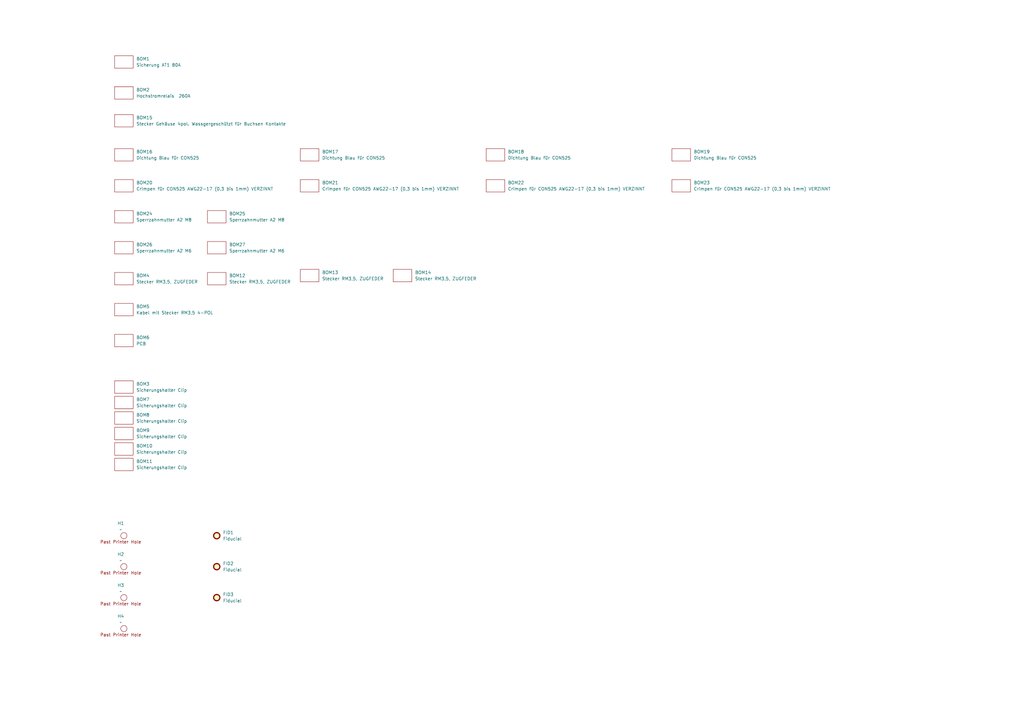
<source format=kicad_sch>
(kicad_sch
	(version 20250114)
	(generator "eeschema")
	(generator_version "9.0")
	(uuid "a32458a1-4aba-4f43-a908-dfae72e746a3")
	(paper "A3")
	(lib_symbols
		(symbol "Mechanical:Fiducial"
			(exclude_from_sim yes)
			(in_bom no)
			(on_board yes)
			(property "Reference" "FID"
				(at 0 5.08 0)
				(effects
					(font
						(size 1.27 1.27)
					)
				)
			)
			(property "Value" "Fiducial"
				(at 0 3.175 0)
				(effects
					(font
						(size 1.27 1.27)
					)
				)
			)
			(property "Footprint" ""
				(at 0 0 0)
				(effects
					(font
						(size 1.27 1.27)
					)
					(hide yes)
				)
			)
			(property "Datasheet" "~"
				(at 0 0 0)
				(effects
					(font
						(size 1.27 1.27)
					)
					(hide yes)
				)
			)
			(property "Description" "Fiducial Marker"
				(at 0 0 0)
				(effects
					(font
						(size 1.27 1.27)
					)
					(hide yes)
				)
			)
			(property "ki_keywords" "fiducial marker"
				(at 0 0 0)
				(effects
					(font
						(size 1.27 1.27)
					)
					(hide yes)
				)
			)
			(property "ki_fp_filters" "Fiducial*"
				(at 0 0 0)
				(effects
					(font
						(size 1.27 1.27)
					)
					(hide yes)
				)
			)
			(symbol "Fiducial_0_1"
				(circle
					(center 0 0)
					(radius 1.27)
					(stroke
						(width 0.508)
						(type default)
					)
					(fill
						(type background)
					)
				)
			)
			(embedded_fonts no)
		)
		(symbol "myBOM_Part:BOM-Part"
			(pin_numbers
				(hide yes)
			)
			(pin_names
				(offset 0)
				(hide yes)
			)
			(exclude_from_sim no)
			(in_bom yes)
			(on_board no)
			(property "Reference" "BOM"
				(at 0 0 0)
				(effects
					(font
						(size 1.27 1.27)
					)
				)
			)
			(property "Value" ""
				(at 0 0 0)
				(effects
					(font
						(size 1.27 1.27)
					)
				)
			)
			(property "Footprint" "myDummy:BOM-Dummy"
				(at 0 0 0)
				(effects
					(font
						(size 1.27 1.27)
					)
					(hide yes)
				)
			)
			(property "Datasheet" ""
				(at 0 0 0)
				(effects
					(font
						(size 1.27 1.27)
					)
					(hide yes)
				)
			)
			(property "Description" ""
				(at 0 0 0)
				(effects
					(font
						(size 1.27 1.27)
					)
					(hide yes)
				)
			)
			(symbol "BOM-Part_0_1"
				(rectangle
					(start -3.81 2.54)
					(end 3.81 -2.54)
					(stroke
						(width 0)
						(type default)
					)
					(fill
						(type none)
					)
				)
			)
			(embedded_fonts no)
		)
		(symbol "myMounting:mounting_past_printer"
			(exclude_from_sim no)
			(in_bom no)
			(on_board yes)
			(property "Reference" "H"
				(at 0 0 0)
				(effects
					(font
						(size 1.27 1.27)
					)
				)
			)
			(property "Value" ""
				(at 0 0 0)
				(effects
					(font
						(size 1.27 1.27)
					)
				)
			)
			(property "Footprint" "myHoles:printer_mounting_holes_1mm"
				(at 0 0 0)
				(effects
					(font
						(size 1.27 1.27)
					)
					(hide yes)
				)
			)
			(property "Datasheet" ""
				(at 0 0 0)
				(effects
					(font
						(size 1.27 1.27)
					)
					(hide yes)
				)
			)
			(property "Description" ""
				(at 0 0 0)
				(effects
					(font
						(size 1.27 1.27)
					)
					(hide yes)
				)
			)
			(symbol "mounting_past_printer_0_1"
				(circle
					(center 0 0)
					(radius 1.27)
					(stroke
						(width 0)
						(type default)
					)
					(fill
						(type none)
					)
				)
			)
			(symbol "mounting_past_printer_1_1"
				(text "Past Printer Hole\n"
					(at -1.27 -2.54 0)
					(effects
						(font
							(size 1.27 1.27)
						)
					)
				)
			)
			(embedded_fonts no)
		)
	)
	(symbol
		(lib_id "myBOM_Part:BOM-Part")
		(at 50.8 101.6 0)
		(unit 1)
		(exclude_from_sim no)
		(in_bom yes)
		(on_board yes)
		(dnp no)
		(fields_autoplaced yes)
		(uuid "07561075-9cbf-4488-9d83-579a589a9033")
		(property "Reference" "BOM26"
			(at 55.88 100.3299 0)
			(effects
				(font
					(size 1.27 1.27)
				)
				(justify left)
			)
		)
		(property "Value" "Sperrzahnmutter A2 M6"
			(at 55.88 102.8699 0)
			(effects
				(font
					(size 1.27 1.27)
				)
				(justify left)
			)
		)
		(property "Footprint" "myBOM:BOM_PART_2x2mm"
			(at 50.8 101.6 0)
			(effects
				(font
					(size 1.27 1.27)
				)
				(hide yes)
			)
		)
		(property "Datasheet" ""
			(at 50.8 101.6 0)
			(effects
				(font
					(size 1.27 1.27)
				)
				(hide yes)
			)
		)
		(property "Description" "SECHSKANT-MUTTER MIT VERZAHNUNG / M6/ A2 / DIN 6923"
			(at 50.8 101.6 0)
			(effects
				(font
					(size 1.27 1.27)
				)
				(hide yes)
			)
		)
		(property "HAN" ""
			(at 50.8 101.6 0)
			(effects
				(font
					(size 1.27 1.27)
				)
				(hide yes)
			)
		)
		(property "ECS Art#" "M589"
			(at 50.8 101.6 0)
			(effects
				(font
					(size 1.27 1.27)
				)
				(hide yes)
			)
		)
		(property "Hersteller" ""
			(at 50.8 101.6 0)
			(effects
				(font
					(size 1.27 1.27)
				)
				(hide yes)
			)
		)
		(instances
			(project "protection"
				(path "/c138cc6a-756d-4318-83c4-a5413b81ee5f/ed5c3467-b27a-45f1-8f58-e67286f004f2"
					(reference "BOM26")
					(unit 1)
				)
			)
		)
	)
	(symbol
		(lib_id "myBOM_Part:BOM-Part")
		(at 50.8 114.3 0)
		(unit 1)
		(exclude_from_sim no)
		(in_bom yes)
		(on_board yes)
		(dnp no)
		(fields_autoplaced yes)
		(uuid "2616c110-8163-4ccb-a3c6-a46d8b0ff2ef")
		(property "Reference" "BOM4"
			(at 55.88 113.0299 0)
			(effects
				(font
					(size 1.27 1.27)
				)
				(justify left)
			)
		)
		(property "Value" "Stecker RM3,5, ZUGFEDER"
			(at 55.88 115.5699 0)
			(effects
				(font
					(size 1.27 1.27)
				)
				(justify left)
			)
		)
		(property "Footprint" "myBOM:BOM_PART_2x2mm"
			(at 50.8 114.3 0)
			(effects
				(font
					(size 1.27 1.27)
				)
				(hide yes)
			)
		)
		(property "Datasheet" ""
			(at 50.8 114.3 0)
			(effects
				(font
					(size 1.27 1.27)
				)
				(hide yes)
			)
		)
		(property "Description" "STECKER ZUGFEDER RM3,5 GRÜN 2-POL GERADE"
			(at 50.8 114.3 0)
			(effects
				(font
					(size 1.27 1.27)
				)
				(hide yes)
			)
		)
		(property "HAN" "KF2EDGKN-3.5-2P"
			(at 50.8 114.3 0)
			(effects
				(font
					(size 1.27 1.27)
				)
				(hide yes)
			)
		)
		(property "ECS Art#" "CON590"
			(at 50.8 114.3 0)
			(effects
				(font
					(size 1.27 1.27)
				)
				(hide yes)
			)
		)
		(property "Hersteller" "Cixi"
			(at 50.8 114.3 0)
			(effects
				(font
					(size 1.27 1.27)
				)
				(hide yes)
			)
		)
		(instances
			(project ""
				(path "/c138cc6a-756d-4318-83c4-a5413b81ee5f"
					(reference "BOM4")
					(unit 1)
				)
				(path "/c138cc6a-756d-4318-83c4-a5413b81ee5f/ed5c3467-b27a-45f1-8f58-e67286f004f2"
					(reference "BOM4")
					(unit 1)
				)
			)
		)
	)
	(symbol
		(lib_id "myBOM_Part:BOM-Part")
		(at 50.8 76.2 0)
		(unit 1)
		(exclude_from_sim no)
		(in_bom yes)
		(on_board yes)
		(dnp no)
		(fields_autoplaced yes)
		(uuid "2927a423-a2d9-4c1d-9a79-db12c9de9813")
		(property "Reference" "BOM20"
			(at 55.88 74.9299 0)
			(effects
				(font
					(size 1.27 1.27)
				)
				(justify left)
			)
		)
		(property "Value" "Crimpen für CON525 AWG22-17 (0,3 bis 1mm) VERZINNT"
			(at 55.88 77.4699 0)
			(effects
				(font
					(size 1.27 1.27)
				)
				(justify left)
			)
		)
		(property "Footprint" "myBOM:BOM_PART_2x2mm"
			(at 50.8 76.2 0)
			(effects
				(font
					(size 1.27 1.27)
				)
				(hide yes)
			)
		)
		(property "Datasheet" ""
			(at 50.8 76.2 0)
			(effects
				(font
					(size 1.27 1.27)
				)
				(hide yes)
			)
		)
		(property "Description" "Crimpen für CON525 AWG22-17 (0,3 bis 1mm) VERZINNT"
			(at 50.8 76.2 0)
			(effects
				(font
					(size 1.27 1.27)
				)
				(hide yes)
			)
		)
		(property "HAN" "184095-2"
			(at 50.8 76.2 0)
			(effects
				(font
					(size 1.27 1.27)
				)
				(hide yes)
			)
		)
		(property "ECS Art#" "CON527"
			(at 50.8 76.2 0)
			(effects
				(font
					(size 1.27 1.27)
				)
				(hide yes)
			)
		)
		(property "Hersteller" "TE"
			(at 50.8 76.2 0)
			(effects
				(font
					(size 1.27 1.27)
				)
				(hide yes)
			)
		)
		(instances
			(project "protection"
				(path "/c138cc6a-756d-4318-83c4-a5413b81ee5f/ed5c3467-b27a-45f1-8f58-e67286f004f2"
					(reference "BOM20")
					(unit 1)
				)
			)
		)
	)
	(symbol
		(lib_id "myMounting:mounting_past_printer")
		(at 50.8 245.11 0)
		(unit 1)
		(exclude_from_sim no)
		(in_bom no)
		(on_board yes)
		(dnp no)
		(fields_autoplaced yes)
		(uuid "29ddfdfc-82d8-4eee-a630-cc4f4479e7c5")
		(property "Reference" "H3"
			(at 49.53 240.03 0)
			(effects
				(font
					(size 1.27 1.27)
				)
			)
		)
		(property "Value" "~"
			(at 49.53 242.57 0)
			(effects
				(font
					(size 1.27 1.27)
				)
			)
		)
		(property "Footprint" "myHoles:printer_mounting_holes_1mm"
			(at 50.8 245.11 0)
			(effects
				(font
					(size 1.27 1.27)
				)
				(hide yes)
			)
		)
		(property "Datasheet" ""
			(at 50.8 245.11 0)
			(effects
				(font
					(size 1.27 1.27)
				)
				(hide yes)
			)
		)
		(property "Description" "Pastendrucker Ausrichtung"
			(at 50.8 245.11 0)
			(effects
				(font
					(size 1.27 1.27)
				)
				(hide yes)
			)
		)
		(property "ECS Art#" "---"
			(at 50.8 245.11 0)
			(effects
				(font
					(size 1.27 1.27)
				)
				(hide yes)
			)
		)
		(property "HAN" "---"
			(at 50.8 245.11 0)
			(effects
				(font
					(size 1.27 1.27)
				)
				(hide yes)
			)
		)
		(property "Hersteller" "---"
			(at 50.8 245.11 0)
			(effects
				(font
					(size 1.27 1.27)
				)
				(hide yes)
			)
		)
		(instances
			(project "protection"
				(path "/c138cc6a-756d-4318-83c4-a5413b81ee5f/ed5c3467-b27a-45f1-8f58-e67286f004f2"
					(reference "H3")
					(unit 1)
				)
			)
		)
	)
	(symbol
		(lib_id "myBOM_Part:BOM-Part")
		(at 279.4 76.2 0)
		(unit 1)
		(exclude_from_sim no)
		(in_bom yes)
		(on_board yes)
		(dnp no)
		(fields_autoplaced yes)
		(uuid "3a472a8b-8898-4896-b7a5-e0076dcb9136")
		(property "Reference" "BOM23"
			(at 284.48 74.9299 0)
			(effects
				(font
					(size 1.27 1.27)
				)
				(justify left)
			)
		)
		(property "Value" "Crimpen für CON525 AWG22-17 (0,3 bis 1mm) VERZINNT"
			(at 284.48 77.4699 0)
			(effects
				(font
					(size 1.27 1.27)
				)
				(justify left)
			)
		)
		(property "Footprint" "myBOM:BOM_PART_2x2mm"
			(at 279.4 76.2 0)
			(effects
				(font
					(size 1.27 1.27)
				)
				(hide yes)
			)
		)
		(property "Datasheet" ""
			(at 279.4 76.2 0)
			(effects
				(font
					(size 1.27 1.27)
				)
				(hide yes)
			)
		)
		(property "Description" "Crimpen für CON525 AWG22-17 (0,3 bis 1mm) VERZINNT"
			(at 279.4 76.2 0)
			(effects
				(font
					(size 1.27 1.27)
				)
				(hide yes)
			)
		)
		(property "HAN" "184095-2"
			(at 279.4 76.2 0)
			(effects
				(font
					(size 1.27 1.27)
				)
				(hide yes)
			)
		)
		(property "ECS Art#" "CON527"
			(at 279.4 76.2 0)
			(effects
				(font
					(size 1.27 1.27)
				)
				(hide yes)
			)
		)
		(property "Hersteller" "TE"
			(at 279.4 76.2 0)
			(effects
				(font
					(size 1.27 1.27)
				)
				(hide yes)
			)
		)
		(instances
			(project "protection"
				(path "/c138cc6a-756d-4318-83c4-a5413b81ee5f/ed5c3467-b27a-45f1-8f58-e67286f004f2"
					(reference "BOM23")
					(unit 1)
				)
			)
		)
	)
	(symbol
		(lib_id "myMounting:mounting_past_printer")
		(at 50.8 257.81 0)
		(unit 1)
		(exclude_from_sim no)
		(in_bom no)
		(on_board yes)
		(dnp no)
		(fields_autoplaced yes)
		(uuid "3c7f5937-2357-40c9-b4f8-7bd0bf910cc7")
		(property "Reference" "H4"
			(at 49.53 252.73 0)
			(effects
				(font
					(size 1.27 1.27)
				)
			)
		)
		(property "Value" "~"
			(at 49.53 255.27 0)
			(effects
				(font
					(size 1.27 1.27)
				)
			)
		)
		(property "Footprint" "myHoles:printer_mounting_holes_1mm"
			(at 50.8 257.81 0)
			(effects
				(font
					(size 1.27 1.27)
				)
				(hide yes)
			)
		)
		(property "Datasheet" ""
			(at 50.8 257.81 0)
			(effects
				(font
					(size 1.27 1.27)
				)
				(hide yes)
			)
		)
		(property "Description" "Pastendrucker Ausrichtung"
			(at 50.8 257.81 0)
			(effects
				(font
					(size 1.27 1.27)
				)
				(hide yes)
			)
		)
		(property "ECS Art#" "---"
			(at 50.8 257.81 0)
			(effects
				(font
					(size 1.27 1.27)
				)
				(hide yes)
			)
		)
		(property "HAN" "---"
			(at 50.8 257.81 0)
			(effects
				(font
					(size 1.27 1.27)
				)
				(hide yes)
			)
		)
		(property "Hersteller" "---"
			(at 50.8 257.81 0)
			(effects
				(font
					(size 1.27 1.27)
				)
				(hide yes)
			)
		)
		(instances
			(project "protection"
				(path "/c138cc6a-756d-4318-83c4-a5413b81ee5f/ed5c3467-b27a-45f1-8f58-e67286f004f2"
					(reference "H4")
					(unit 1)
				)
			)
		)
	)
	(symbol
		(lib_id "myBOM_Part:BOM-Part")
		(at 50.8 63.5 0)
		(unit 1)
		(exclude_from_sim no)
		(in_bom yes)
		(on_board yes)
		(dnp no)
		(fields_autoplaced yes)
		(uuid "3deefd83-eb70-4531-92bf-8c3132d6a973")
		(property "Reference" "BOM16"
			(at 55.88 62.2299 0)
			(effects
				(font
					(size 1.27 1.27)
				)
				(justify left)
			)
		)
		(property "Value" "Dichtung Blau für CON525"
			(at 55.88 64.7699 0)
			(effects
				(font
					(size 1.27 1.27)
				)
				(justify left)
			)
		)
		(property "Footprint" "myBOM:BOM_PART_2x2mm"
			(at 50.8 63.5 0)
			(effects
				(font
					(size 1.27 1.27)
				)
				(hide yes)
			)
		)
		(property "Datasheet" ""
			(at 50.8 63.5 0)
			(effects
				(font
					(size 1.27 1.27)
				)
				(hide yes)
			)
		)
		(property "Description" "Dichtung für CON525 Blau"
			(at 50.8 63.5 0)
			(effects
				(font
					(size 1.27 1.27)
				)
				(hide yes)
			)
		)
		(property "HAN" "184139-1"
			(at 50.8 63.5 0)
			(effects
				(font
					(size 1.27 1.27)
				)
				(hide yes)
			)
		)
		(property "ECS Art#" "CON526"
			(at 50.8 63.5 0)
			(effects
				(font
					(size 1.27 1.27)
				)
				(hide yes)
			)
		)
		(property "Hersteller" "TE"
			(at 50.8 63.5 0)
			(effects
				(font
					(size 1.27 1.27)
				)
				(hide yes)
			)
		)
		(instances
			(project "protection"
				(path "/c138cc6a-756d-4318-83c4-a5413b81ee5f/ed5c3467-b27a-45f1-8f58-e67286f004f2"
					(reference "BOM16")
					(unit 1)
				)
			)
		)
	)
	(symbol
		(lib_id "myBOM_Part:BOM-Part")
		(at 88.9 88.9 0)
		(unit 1)
		(exclude_from_sim no)
		(in_bom yes)
		(on_board yes)
		(dnp no)
		(fields_autoplaced yes)
		(uuid "40eb355c-1332-4db2-a54d-a0fed17a8652")
		(property "Reference" "BOM25"
			(at 93.98 87.6299 0)
			(effects
				(font
					(size 1.27 1.27)
				)
				(justify left)
			)
		)
		(property "Value" "Sperrzahnmutter A2 M8"
			(at 93.98 90.1699 0)
			(effects
				(font
					(size 1.27 1.27)
				)
				(justify left)
			)
		)
		(property "Footprint" "myBOM:BOM_PART_2x2mm"
			(at 88.9 88.9 0)
			(effects
				(font
					(size 1.27 1.27)
				)
				(hide yes)
			)
		)
		(property "Datasheet" ""
			(at 88.9 88.9 0)
			(effects
				(font
					(size 1.27 1.27)
				)
				(hide yes)
			)
		)
		(property "Description" "SECHSKANT-MUTTER MIT VERZAHNUNG / M8 / A2 / DIN 6923"
			(at 88.9 88.9 0)
			(effects
				(font
					(size 1.27 1.27)
				)
				(hide yes)
			)
		)
		(property "HAN" ""
			(at 88.9 88.9 0)
			(effects
				(font
					(size 1.27 1.27)
				)
				(hide yes)
			)
		)
		(property "ECS Art#" "M577"
			(at 88.9 88.9 0)
			(effects
				(font
					(size 1.27 1.27)
				)
				(hide yes)
			)
		)
		(property "Hersteller" ""
			(at 88.9 88.9 0)
			(effects
				(font
					(size 1.27 1.27)
				)
				(hide yes)
			)
		)
		(instances
			(project "protection"
				(path "/c138cc6a-756d-4318-83c4-a5413b81ee5f/ed5c3467-b27a-45f1-8f58-e67286f004f2"
					(reference "BOM25")
					(unit 1)
				)
			)
		)
	)
	(symbol
		(lib_id "myBOM_Part:BOM-Part")
		(at 50.8 171.45 0)
		(unit 1)
		(exclude_from_sim no)
		(in_bom yes)
		(on_board yes)
		(dnp no)
		(fields_autoplaced yes)
		(uuid "43bb3fb6-cec6-4ce4-85fb-c9949cf82fb2")
		(property "Reference" "BOM8"
			(at 55.88 170.1799 0)
			(effects
				(font
					(size 1.27 1.27)
				)
				(justify left)
			)
		)
		(property "Value" "Sicherungshalter Clip"
			(at 55.88 172.7199 0)
			(effects
				(font
					(size 1.27 1.27)
				)
				(justify left)
			)
		)
		(property "Footprint" "myBOM:BOM_PART_2x2mm"
			(at 50.8 171.45 0)
			(effects
				(font
					(size 1.27 1.27)
				)
				(hide yes)
			)
		)
		(property "Datasheet" ""
			(at 50.8 171.45 0)
			(effects
				(font
					(size 1.27 1.27)
				)
				(hide yes)
			)
		)
		(property "Description" "SI HALTER PRINT EINZELCLIP FÜR SI 6,3X32 HOCHSTROM"
			(at 50.8 171.45 0)
			(effects
				(font
					(size 1.27 1.27)
				)
				(hide yes)
			)
		)
		(property "HAN" "01220088Z"
			(at 50.8 171.45 0)
			(effects
				(font
					(size 1.27 1.27)
				)
				(hide yes)
			)
		)
		(property "ECS Art#" "EM001"
			(at 50.8 171.45 0)
			(effects
				(font
					(size 1.27 1.27)
				)
				(hide yes)
			)
		)
		(property "Hersteller" "Littlefuse"
			(at 50.8 171.45 0)
			(effects
				(font
					(size 1.27 1.27)
				)
				(hide yes)
			)
		)
		(instances
			(project "protection"
				(path "/c138cc6a-756d-4318-83c4-a5413b81ee5f/ed5c3467-b27a-45f1-8f58-e67286f004f2"
					(reference "BOM8")
					(unit 1)
				)
			)
		)
	)
	(symbol
		(lib_id "myBOM_Part:BOM-Part")
		(at 203.2 76.2 0)
		(unit 1)
		(exclude_from_sim no)
		(in_bom yes)
		(on_board yes)
		(dnp no)
		(fields_autoplaced yes)
		(uuid "48815077-d6d6-4456-8198-5e6a965ba388")
		(property "Reference" "BOM22"
			(at 208.28 74.9299 0)
			(effects
				(font
					(size 1.27 1.27)
				)
				(justify left)
			)
		)
		(property "Value" "Crimpen für CON525 AWG22-17 (0,3 bis 1mm) VERZINNT"
			(at 208.28 77.4699 0)
			(effects
				(font
					(size 1.27 1.27)
				)
				(justify left)
			)
		)
		(property "Footprint" "myBOM:BOM_PART_2x2mm"
			(at 203.2 76.2 0)
			(effects
				(font
					(size 1.27 1.27)
				)
				(hide yes)
			)
		)
		(property "Datasheet" ""
			(at 203.2 76.2 0)
			(effects
				(font
					(size 1.27 1.27)
				)
				(hide yes)
			)
		)
		(property "Description" "Crimpen für CON525 AWG22-17 (0,3 bis 1mm) VERZINNT"
			(at 203.2 76.2 0)
			(effects
				(font
					(size 1.27 1.27)
				)
				(hide yes)
			)
		)
		(property "HAN" "184095-2"
			(at 203.2 76.2 0)
			(effects
				(font
					(size 1.27 1.27)
				)
				(hide yes)
			)
		)
		(property "ECS Art#" "CON527"
			(at 203.2 76.2 0)
			(effects
				(font
					(size 1.27 1.27)
				)
				(hide yes)
			)
		)
		(property "Hersteller" "TE"
			(at 203.2 76.2 0)
			(effects
				(font
					(size 1.27 1.27)
				)
				(hide yes)
			)
		)
		(instances
			(project "protection"
				(path "/c138cc6a-756d-4318-83c4-a5413b81ee5f/ed5c3467-b27a-45f1-8f58-e67286f004f2"
					(reference "BOM22")
					(unit 1)
				)
			)
		)
	)
	(symbol
		(lib_id "myBOM_Part:BOM-Part")
		(at 50.8 184.15 0)
		(unit 1)
		(exclude_from_sim no)
		(in_bom yes)
		(on_board yes)
		(dnp no)
		(fields_autoplaced yes)
		(uuid "4c772032-53c7-4e86-9ff8-161a6ddc1add")
		(property "Reference" "BOM10"
			(at 55.88 182.8799 0)
			(effects
				(font
					(size 1.27 1.27)
				)
				(justify left)
			)
		)
		(property "Value" "Sicherungshalter Clip"
			(at 55.88 185.4199 0)
			(effects
				(font
					(size 1.27 1.27)
				)
				(justify left)
			)
		)
		(property "Footprint" "myBOM:BOM_PART_2x2mm"
			(at 50.8 184.15 0)
			(effects
				(font
					(size 1.27 1.27)
				)
				(hide yes)
			)
		)
		(property "Datasheet" ""
			(at 50.8 184.15 0)
			(effects
				(font
					(size 1.27 1.27)
				)
				(hide yes)
			)
		)
		(property "Description" "SI HALTER PRINT EINZELCLIP FÜR SI 6,3X32 HOCHSTROM"
			(at 50.8 184.15 0)
			(effects
				(font
					(size 1.27 1.27)
				)
				(hide yes)
			)
		)
		(property "HAN" "01220088Z"
			(at 50.8 184.15 0)
			(effects
				(font
					(size 1.27 1.27)
				)
				(hide yes)
			)
		)
		(property "ECS Art#" "EM001"
			(at 50.8 184.15 0)
			(effects
				(font
					(size 1.27 1.27)
				)
				(hide yes)
			)
		)
		(property "Hersteller" "Littlefuse"
			(at 50.8 184.15 0)
			(effects
				(font
					(size 1.27 1.27)
				)
				(hide yes)
			)
		)
		(instances
			(project "protection"
				(path "/c138cc6a-756d-4318-83c4-a5413b81ee5f/ed5c3467-b27a-45f1-8f58-e67286f004f2"
					(reference "BOM10")
					(unit 1)
				)
			)
		)
	)
	(symbol
		(lib_id "Mechanical:Fiducial")
		(at 88.9 245.11 0)
		(unit 1)
		(exclude_from_sim yes)
		(in_bom no)
		(on_board yes)
		(dnp no)
		(fields_autoplaced yes)
		(uuid "535193aa-5fab-4f3a-8460-3c75aebe69e7")
		(property "Reference" "FID3"
			(at 91.44 243.8399 0)
			(effects
				(font
					(size 1.27 1.27)
				)
				(justify left)
			)
		)
		(property "Value" "Fiducial"
			(at 91.44 246.3799 0)
			(effects
				(font
					(size 1.27 1.27)
				)
				(justify left)
			)
		)
		(property "Footprint" "Fiducial:Fiducial_1mm_Mask3mm"
			(at 88.9 245.11 0)
			(effects
				(font
					(size 1.27 1.27)
				)
				(hide yes)
			)
		)
		(property "Datasheet" "~"
			(at 88.9 245.11 0)
			(effects
				(font
					(size 1.27 1.27)
				)
				(hide yes)
			)
		)
		(property "Description" "Fiducial Marker"
			(at 88.9 245.11 0)
			(effects
				(font
					(size 1.27 1.27)
				)
				(hide yes)
			)
		)
		(property "ECS Art#" "---"
			(at 88.9 245.11 0)
			(effects
				(font
					(size 1.27 1.27)
				)
				(hide yes)
			)
		)
		(property "HAN" "---"
			(at 88.9 245.11 0)
			(effects
				(font
					(size 1.27 1.27)
				)
				(hide yes)
			)
		)
		(property "Hersteller" "---"
			(at 88.9 245.11 0)
			(effects
				(font
					(size 1.27 1.27)
				)
				(hide yes)
			)
		)
		(instances
			(project "protection"
				(path "/c138cc6a-756d-4318-83c4-a5413b81ee5f/ed5c3467-b27a-45f1-8f58-e67286f004f2"
					(reference "FID3")
					(unit 1)
				)
			)
		)
	)
	(symbol
		(lib_id "myBOM_Part:BOM-Part")
		(at 50.8 49.53 0)
		(unit 1)
		(exclude_from_sim no)
		(in_bom yes)
		(on_board yes)
		(dnp no)
		(fields_autoplaced yes)
		(uuid "5706748d-6f61-44fc-9cd6-28cb8fe59971")
		(property "Reference" "BOM15"
			(at 55.88 48.2599 0)
			(effects
				(font
					(size 1.27 1.27)
				)
				(justify left)
			)
		)
		(property "Value" "Stecker Gehäuse 4pol. Wassgergeschützt für Buchsen Kontakte"
			(at 55.88 50.7999 0)
			(effects
				(font
					(size 1.27 1.27)
				)
				(justify left)
			)
		)
		(property "Footprint" "myBOM:BOM_PART_2x2mm"
			(at 50.8 49.53 0)
			(effects
				(font
					(size 1.27 1.27)
				)
				(hide yes)
			)
		)
		(property "Datasheet" ""
			(at 50.8 49.53 0)
			(effects
				(font
					(size 1.27 1.27)
				)
				(hide yes)
			)
		)
		(property "Description" "Stecker Gehäuse 4pol. Wassgergeschützt für Buchsen Kontakte"
			(at 50.8 49.53 0)
			(effects
				(font
					(size 1.27 1.27)
				)
				(hide yes)
			)
		)
		(property "HAN" "184046-1"
			(at 50.8 49.53 0)
			(effects
				(font
					(size 1.27 1.27)
				)
				(hide yes)
			)
		)
		(property "ECS Art#" "CON525"
			(at 50.8 49.53 0)
			(effects
				(font
					(size 1.27 1.27)
				)
				(hide yes)
			)
		)
		(property "Hersteller" "TE"
			(at 50.8 49.53 0)
			(effects
				(font
					(size 1.27 1.27)
				)
				(hide yes)
			)
		)
		(instances
			(project "protection"
				(path "/c138cc6a-756d-4318-83c4-a5413b81ee5f/ed5c3467-b27a-45f1-8f58-e67286f004f2"
					(reference "BOM15")
					(unit 1)
				)
			)
		)
	)
	(symbol
		(lib_id "myBOM_Part:BOM-Part")
		(at 50.8 190.5 0)
		(unit 1)
		(exclude_from_sim no)
		(in_bom yes)
		(on_board yes)
		(dnp no)
		(fields_autoplaced yes)
		(uuid "6be3fc5d-05b8-47f8-853d-5ee39d4400c1")
		(property "Reference" "BOM11"
			(at 55.88 189.2299 0)
			(effects
				(font
					(size 1.27 1.27)
				)
				(justify left)
			)
		)
		(property "Value" "Sicherungshalter Clip"
			(at 55.88 191.7699 0)
			(effects
				(font
					(size 1.27 1.27)
				)
				(justify left)
			)
		)
		(property "Footprint" "myBOM:BOM_PART_2x2mm"
			(at 50.8 190.5 0)
			(effects
				(font
					(size 1.27 1.27)
				)
				(hide yes)
			)
		)
		(property "Datasheet" ""
			(at 50.8 190.5 0)
			(effects
				(font
					(size 1.27 1.27)
				)
				(hide yes)
			)
		)
		(property "Description" "SI HALTER PRINT EINZELCLIP FÜR SI 6,3X32 HOCHSTROM"
			(at 50.8 190.5 0)
			(effects
				(font
					(size 1.27 1.27)
				)
				(hide yes)
			)
		)
		(property "HAN" "01220088Z"
			(at 50.8 190.5 0)
			(effects
				(font
					(size 1.27 1.27)
				)
				(hide yes)
			)
		)
		(property "ECS Art#" "EM001"
			(at 50.8 190.5 0)
			(effects
				(font
					(size 1.27 1.27)
				)
				(hide yes)
			)
		)
		(property "Hersteller" "Littlefuse"
			(at 50.8 190.5 0)
			(effects
				(font
					(size 1.27 1.27)
				)
				(hide yes)
			)
		)
		(instances
			(project "protection"
				(path "/c138cc6a-756d-4318-83c4-a5413b81ee5f/ed5c3467-b27a-45f1-8f58-e67286f004f2"
					(reference "BOM11")
					(unit 1)
				)
			)
		)
	)
	(symbol
		(lib_id "myBOM_Part:BOM-Part")
		(at 50.8 38.1 0)
		(unit 1)
		(exclude_from_sim no)
		(in_bom yes)
		(on_board yes)
		(dnp no)
		(fields_autoplaced yes)
		(uuid "7b942edd-aee4-4dd1-ac24-8d08c872cf5a")
		(property "Reference" "BOM2"
			(at 55.88 36.8299 0)
			(effects
				(font
					(size 1.27 1.27)
				)
				(justify left)
			)
		)
		(property "Value" "Hochstromrelais  260A"
			(at 55.88 39.3699 0)
			(effects
				(font
					(size 1.27 1.27)
				)
				(justify left)
			)
		)
		(property "Footprint" "myBOM:BOM_PART_2x2mm"
			(at 50.8 38.1 0)
			(effects
				(font
					(size 1.27 1.27)
				)
				(hide yes)
			)
		)
		(property "Datasheet" ""
			(at 50.8 38.1 0)
			(effects
				(font
					(size 1.27 1.27)
				)
				(hide yes)
			)
		)
		(property "Description" "V23130-C2021-A412 RELAIS BI-STABIL 12V 190A"
			(at 50.8 38.1 0)
			(effects
				(font
					(size 1.27 1.27)
				)
				(hide yes)
			)
		)
		(property "HAN" "1-1414939-4"
			(at 50.8 38.1 0)
			(effects
				(font
					(size 1.27 1.27)
				)
				(hide yes)
			)
		)
		(property "ECS Art#" "EM111"
			(at 50.8 38.1 0)
			(effects
				(font
					(size 1.27 1.27)
				)
				(hide yes)
			)
		)
		(property "Hersteller" "TE"
			(at 50.8 38.1 0)
			(effects
				(font
					(size 1.27 1.27)
				)
				(hide yes)
			)
		)
		(instances
			(project "protection"
				(path "/c138cc6a-756d-4318-83c4-a5413b81ee5f/ed5c3467-b27a-45f1-8f58-e67286f004f2"
					(reference "BOM2")
					(unit 1)
				)
			)
		)
	)
	(symbol
		(lib_id "myBOM_Part:BOM-Part")
		(at 50.8 139.7 0)
		(unit 1)
		(exclude_from_sim no)
		(in_bom yes)
		(on_board yes)
		(dnp no)
		(fields_autoplaced yes)
		(uuid "8011104b-5aae-4b02-b1bb-ccdfc32fe882")
		(property "Reference" "BOM6"
			(at 55.88 138.4299 0)
			(effects
				(font
					(size 1.27 1.27)
				)
				(justify left)
			)
		)
		(property "Value" "PCB"
			(at 55.88 140.9699 0)
			(effects
				(font
					(size 1.27 1.27)
				)
				(justify left)
			)
		)
		(property "Footprint" "myBOM:BOM_PART_2x2mm"
			(at 50.8 139.7 0)
			(effects
				(font
					(size 1.27 1.27)
				)
				(hide yes)
			)
		)
		(property "Datasheet" ""
			(at 50.8 139.7 0)
			(effects
				(font
					(size 1.27 1.27)
				)
				(hide yes)
			)
		)
		(property "Description" "ECS_SMART_PROTECT_LP"
			(at 50.8 139.7 0)
			(effects
				(font
					(size 1.27 1.27)
				)
				(hide yes)
			)
		)
		(property "HAN" ""
			(at 50.8 139.7 0)
			(effects
				(font
					(size 1.27 1.27)
				)
				(hide yes)
			)
		)
		(property "ECS Art#" "PT091"
			(at 50.8 139.7 0)
			(effects
				(font
					(size 1.27 1.27)
				)
				(hide yes)
			)
		)
		(property "Hersteller" "JLCPCB"
			(at 50.8 139.7 0)
			(effects
				(font
					(size 1.27 1.27)
				)
				(hide yes)
			)
		)
		(instances
			(project "protection"
				(path "/c138cc6a-756d-4318-83c4-a5413b81ee5f/ed5c3467-b27a-45f1-8f58-e67286f004f2"
					(reference "BOM6")
					(unit 1)
				)
			)
		)
	)
	(symbol
		(lib_id "myBOM_Part:BOM-Part")
		(at 50.8 165.1 0)
		(unit 1)
		(exclude_from_sim no)
		(in_bom yes)
		(on_board yes)
		(dnp no)
		(fields_autoplaced yes)
		(uuid "8a1d9c5b-7dc9-43ec-8d48-a9ee12e1c88a")
		(property "Reference" "BOM7"
			(at 55.88 163.8299 0)
			(effects
				(font
					(size 1.27 1.27)
				)
				(justify left)
			)
		)
		(property "Value" "Sicherungshalter Clip"
			(at 55.88 166.3699 0)
			(effects
				(font
					(size 1.27 1.27)
				)
				(justify left)
			)
		)
		(property "Footprint" "myBOM:BOM_PART_2x2mm"
			(at 50.8 165.1 0)
			(effects
				(font
					(size 1.27 1.27)
				)
				(hide yes)
			)
		)
		(property "Datasheet" ""
			(at 50.8 165.1 0)
			(effects
				(font
					(size 1.27 1.27)
				)
				(hide yes)
			)
		)
		(property "Description" "SI HALTER PRINT EINZELCLIP FÜR SI 6,3X32 HOCHSTROM"
			(at 50.8 165.1 0)
			(effects
				(font
					(size 1.27 1.27)
				)
				(hide yes)
			)
		)
		(property "HAN" "01220088Z"
			(at 50.8 165.1 0)
			(effects
				(font
					(size 1.27 1.27)
				)
				(hide yes)
			)
		)
		(property "ECS Art#" "EM001"
			(at 50.8 165.1 0)
			(effects
				(font
					(size 1.27 1.27)
				)
				(hide yes)
			)
		)
		(property "Hersteller" "Littlefuse"
			(at 50.8 165.1 0)
			(effects
				(font
					(size 1.27 1.27)
				)
				(hide yes)
			)
		)
		(instances
			(project "protection"
				(path "/c138cc6a-756d-4318-83c4-a5413b81ee5f/ed5c3467-b27a-45f1-8f58-e67286f004f2"
					(reference "BOM7")
					(unit 1)
				)
			)
		)
	)
	(symbol
		(lib_id "myBOM_Part:BOM-Part")
		(at 50.8 177.8 0)
		(unit 1)
		(exclude_from_sim no)
		(in_bom yes)
		(on_board yes)
		(dnp no)
		(fields_autoplaced yes)
		(uuid "936a54c8-77a5-44c7-9e1b-7cc4fad804de")
		(property "Reference" "BOM9"
			(at 55.88 176.5299 0)
			(effects
				(font
					(size 1.27 1.27)
				)
				(justify left)
			)
		)
		(property "Value" "Sicherungshalter Clip"
			(at 55.88 179.0699 0)
			(effects
				(font
					(size 1.27 1.27)
				)
				(justify left)
			)
		)
		(property "Footprint" "myBOM:BOM_PART_2x2mm"
			(at 50.8 177.8 0)
			(effects
				(font
					(size 1.27 1.27)
				)
				(hide yes)
			)
		)
		(property "Datasheet" ""
			(at 50.8 177.8 0)
			(effects
				(font
					(size 1.27 1.27)
				)
				(hide yes)
			)
		)
		(property "Description" "SI HALTER PRINT EINZELCLIP FÜR SI 6,3X32 HOCHSTROM"
			(at 50.8 177.8 0)
			(effects
				(font
					(size 1.27 1.27)
				)
				(hide yes)
			)
		)
		(property "HAN" "01220088Z"
			(at 50.8 177.8 0)
			(effects
				(font
					(size 1.27 1.27)
				)
				(hide yes)
			)
		)
		(property "ECS Art#" "EM001"
			(at 50.8 177.8 0)
			(effects
				(font
					(size 1.27 1.27)
				)
				(hide yes)
			)
		)
		(property "Hersteller" "Littlefuse"
			(at 50.8 177.8 0)
			(effects
				(font
					(size 1.27 1.27)
				)
				(hide yes)
			)
		)
		(instances
			(project "protection"
				(path "/c138cc6a-756d-4318-83c4-a5413b81ee5f/ed5c3467-b27a-45f1-8f58-e67286f004f2"
					(reference "BOM9")
					(unit 1)
				)
			)
		)
	)
	(symbol
		(lib_id "myBOM_Part:BOM-Part")
		(at 127 76.2 0)
		(unit 1)
		(exclude_from_sim no)
		(in_bom yes)
		(on_board yes)
		(dnp no)
		(fields_autoplaced yes)
		(uuid "95505dd3-0ba5-440f-ba01-281b2a180299")
		(property "Reference" "BOM21"
			(at 132.08 74.9299 0)
			(effects
				(font
					(size 1.27 1.27)
				)
				(justify left)
			)
		)
		(property "Value" "Crimpen für CON525 AWG22-17 (0,3 bis 1mm) VERZINNT"
			(at 132.08 77.4699 0)
			(effects
				(font
					(size 1.27 1.27)
				)
				(justify left)
			)
		)
		(property "Footprint" "myBOM:BOM_PART_2x2mm"
			(at 127 76.2 0)
			(effects
				(font
					(size 1.27 1.27)
				)
				(hide yes)
			)
		)
		(property "Datasheet" ""
			(at 127 76.2 0)
			(effects
				(font
					(size 1.27 1.27)
				)
				(hide yes)
			)
		)
		(property "Description" "Crimpen für CON525 AWG22-17 (0,3 bis 1mm) VERZINNT"
			(at 127 76.2 0)
			(effects
				(font
					(size 1.27 1.27)
				)
				(hide yes)
			)
		)
		(property "HAN" "184095-2"
			(at 127 76.2 0)
			(effects
				(font
					(size 1.27 1.27)
				)
				(hide yes)
			)
		)
		(property "ECS Art#" "CON527"
			(at 127 76.2 0)
			(effects
				(font
					(size 1.27 1.27)
				)
				(hide yes)
			)
		)
		(property "Hersteller" "TE"
			(at 127 76.2 0)
			(effects
				(font
					(size 1.27 1.27)
				)
				(hide yes)
			)
		)
		(instances
			(project "protection"
				(path "/c138cc6a-756d-4318-83c4-a5413b81ee5f/ed5c3467-b27a-45f1-8f58-e67286f004f2"
					(reference "BOM21")
					(unit 1)
				)
			)
		)
	)
	(symbol
		(lib_id "myBOM_Part:BOM-Part")
		(at 88.9 114.3 0)
		(unit 1)
		(exclude_from_sim no)
		(in_bom yes)
		(on_board yes)
		(dnp no)
		(fields_autoplaced yes)
		(uuid "98607142-f56c-4759-bafb-8776b2150d89")
		(property "Reference" "BOM12"
			(at 93.98 113.0299 0)
			(effects
				(font
					(size 1.27 1.27)
				)
				(justify left)
			)
		)
		(property "Value" "Stecker RM3,5, ZUGFEDER"
			(at 93.98 115.5699 0)
			(effects
				(font
					(size 1.27 1.27)
				)
				(justify left)
			)
		)
		(property "Footprint" "myBOM:BOM_PART_2x2mm"
			(at 88.9 114.3 0)
			(effects
				(font
					(size 1.27 1.27)
				)
				(hide yes)
			)
		)
		(property "Datasheet" ""
			(at 88.9 114.3 0)
			(effects
				(font
					(size 1.27 1.27)
				)
				(hide yes)
			)
		)
		(property "Description" "STECKER ZUGFEDER RM3,5 GRÜN 2-POL GERADE"
			(at 88.9 114.3 0)
			(effects
				(font
					(size 1.27 1.27)
				)
				(hide yes)
			)
		)
		(property "HAN" "KF2EDGKN-3.5-2P"
			(at 88.9 114.3 0)
			(effects
				(font
					(size 1.27 1.27)
				)
				(hide yes)
			)
		)
		(property "ECS Art#" "CON590"
			(at 88.9 114.3 0)
			(effects
				(font
					(size 1.27 1.27)
				)
				(hide yes)
			)
		)
		(property "Hersteller" "Cixi"
			(at 88.9 114.3 0)
			(effects
				(font
					(size 1.27 1.27)
				)
				(hide yes)
			)
		)
		(instances
			(project "protection"
				(path "/c138cc6a-756d-4318-83c4-a5413b81ee5f/ed5c3467-b27a-45f1-8f58-e67286f004f2"
					(reference "BOM12")
					(unit 1)
				)
			)
		)
	)
	(symbol
		(lib_id "myBOM_Part:BOM-Part")
		(at 50.8 88.9 0)
		(unit 1)
		(exclude_from_sim no)
		(in_bom yes)
		(on_board yes)
		(dnp no)
		(fields_autoplaced yes)
		(uuid "98ffaf29-2c90-49b4-b47d-d91eb45cfd16")
		(property "Reference" "BOM24"
			(at 55.88 87.6299 0)
			(effects
				(font
					(size 1.27 1.27)
				)
				(justify left)
			)
		)
		(property "Value" "Sperrzahnmutter A2 M8"
			(at 55.88 90.1699 0)
			(effects
				(font
					(size 1.27 1.27)
				)
				(justify left)
			)
		)
		(property "Footprint" "myBOM:BOM_PART_2x2mm"
			(at 50.8 88.9 0)
			(effects
				(font
					(size 1.27 1.27)
				)
				(hide yes)
			)
		)
		(property "Datasheet" ""
			(at 50.8 88.9 0)
			(effects
				(font
					(size 1.27 1.27)
				)
				(hide yes)
			)
		)
		(property "Description" "SECHSKANT-MUTTER MIT VERZAHNUNG / M8 / A2 / DIN 6923"
			(at 50.8 88.9 0)
			(effects
				(font
					(size 1.27 1.27)
				)
				(hide yes)
			)
		)
		(property "HAN" ""
			(at 50.8 88.9 0)
			(effects
				(font
					(size 1.27 1.27)
				)
				(hide yes)
			)
		)
		(property "ECS Art#" "M577"
			(at 50.8 88.9 0)
			(effects
				(font
					(size 1.27 1.27)
				)
				(hide yes)
			)
		)
		(property "Hersteller" ""
			(at 50.8 88.9 0)
			(effects
				(font
					(size 1.27 1.27)
				)
				(hide yes)
			)
		)
		(instances
			(project "protection"
				(path "/c138cc6a-756d-4318-83c4-a5413b81ee5f/ed5c3467-b27a-45f1-8f58-e67286f004f2"
					(reference "BOM24")
					(unit 1)
				)
			)
		)
	)
	(symbol
		(lib_id "myBOM_Part:BOM-Part")
		(at 279.4 63.5 0)
		(unit 1)
		(exclude_from_sim no)
		(in_bom yes)
		(on_board yes)
		(dnp no)
		(fields_autoplaced yes)
		(uuid "9b48f42c-023f-41ec-9782-c36f10d5db93")
		(property "Reference" "BOM19"
			(at 284.48 62.2299 0)
			(effects
				(font
					(size 1.27 1.27)
				)
				(justify left)
			)
		)
		(property "Value" "Dichtung Blau für CON525"
			(at 284.48 64.7699 0)
			(effects
				(font
					(size 1.27 1.27)
				)
				(justify left)
			)
		)
		(property "Footprint" "myBOM:BOM_PART_2x2mm"
			(at 279.4 63.5 0)
			(effects
				(font
					(size 1.27 1.27)
				)
				(hide yes)
			)
		)
		(property "Datasheet" ""
			(at 279.4 63.5 0)
			(effects
				(font
					(size 1.27 1.27)
				)
				(hide yes)
			)
		)
		(property "Description" "Dichtung für CON525 Blau"
			(at 279.4 63.5 0)
			(effects
				(font
					(size 1.27 1.27)
				)
				(hide yes)
			)
		)
		(property "HAN" "184139-1"
			(at 279.4 63.5 0)
			(effects
				(font
					(size 1.27 1.27)
				)
				(hide yes)
			)
		)
		(property "ECS Art#" "CON526"
			(at 279.4 63.5 0)
			(effects
				(font
					(size 1.27 1.27)
				)
				(hide yes)
			)
		)
		(property "Hersteller" "TE"
			(at 279.4 63.5 0)
			(effects
				(font
					(size 1.27 1.27)
				)
				(hide yes)
			)
		)
		(instances
			(project "protection"
				(path "/c138cc6a-756d-4318-83c4-a5413b81ee5f/ed5c3467-b27a-45f1-8f58-e67286f004f2"
					(reference "BOM19")
					(unit 1)
				)
			)
		)
	)
	(symbol
		(lib_id "myBOM_Part:BOM-Part")
		(at 50.8 127 0)
		(unit 1)
		(exclude_from_sim no)
		(in_bom yes)
		(on_board yes)
		(dnp no)
		(fields_autoplaced yes)
		(uuid "a00d96bd-adc9-433b-8696-5005c69294b4")
		(property "Reference" "BOM5"
			(at 55.88 125.7299 0)
			(effects
				(font
					(size 1.27 1.27)
				)
				(justify left)
			)
		)
		(property "Value" "Kabel mit Stecker RM3,5 4-POL"
			(at 55.88 128.2699 0)
			(effects
				(font
					(size 1.27 1.27)
				)
				(justify left)
			)
		)
		(property "Footprint" "myBOM:BOM_PART_2x2mm"
			(at 50.8 127 0)
			(effects
				(font
					(size 1.27 1.27)
				)
				(hide yes)
			)
		)
		(property "Datasheet" ""
			(at 50.8 127 0)
			(effects
				(font
					(size 1.27 1.27)
				)
				(hide yes)
			)
		)
		(property "Description" "KAB_30_4 Kabel mit Stecker RM2,54m 4-POL 30cm"
			(at 50.8 127 0)
			(effects
				(font
					(size 1.27 1.27)
				)
				(hide yes)
			)
		)
		(property "HAN" "PS4"
			(at 50.8 127 0)
			(effects
				(font
					(size 1.27 1.27)
				)
				(hide yes)
			)
		)
		(property "ECS Art#" "KA143"
			(at 50.8 127 0)
			(effects
				(font
					(size 1.27 1.27)
				)
				(hide yes)
			)
		)
		(property "Hersteller" "econ"
			(at 50.8 127 0)
			(effects
				(font
					(size 1.27 1.27)
				)
				(hide yes)
			)
		)
		(instances
			(project "protection"
				(path "/c138cc6a-756d-4318-83c4-a5413b81ee5f/ed5c3467-b27a-45f1-8f58-e67286f004f2"
					(reference "BOM5")
					(unit 1)
				)
			)
		)
	)
	(symbol
		(lib_id "myBOM_Part:BOM-Part")
		(at 88.9 101.6 0)
		(unit 1)
		(exclude_from_sim no)
		(in_bom yes)
		(on_board yes)
		(dnp no)
		(fields_autoplaced yes)
		(uuid "a8645407-3597-485d-834f-20bf3d7e9318")
		(property "Reference" "BOM27"
			(at 93.98 100.3299 0)
			(effects
				(font
					(size 1.27 1.27)
				)
				(justify left)
			)
		)
		(property "Value" "Sperrzahnmutter A2 M6"
			(at 93.98 102.8699 0)
			(effects
				(font
					(size 1.27 1.27)
				)
				(justify left)
			)
		)
		(property "Footprint" "myBOM:BOM_PART_2x2mm"
			(at 88.9 101.6 0)
			(effects
				(font
					(size 1.27 1.27)
				)
				(hide yes)
			)
		)
		(property "Datasheet" ""
			(at 88.9 101.6 0)
			(effects
				(font
					(size 1.27 1.27)
				)
				(hide yes)
			)
		)
		(property "Description" "SECHSKANT-MUTTER MIT VERZAHNUNG / M6/ A2 / DIN 6923"
			(at 88.9 101.6 0)
			(effects
				(font
					(size 1.27 1.27)
				)
				(hide yes)
			)
		)
		(property "HAN" ""
			(at 88.9 101.6 0)
			(effects
				(font
					(size 1.27 1.27)
				)
				(hide yes)
			)
		)
		(property "ECS Art#" "M589"
			(at 88.9 101.6 0)
			(effects
				(font
					(size 1.27 1.27)
				)
				(hide yes)
			)
		)
		(property "Hersteller" ""
			(at 88.9 101.6 0)
			(effects
				(font
					(size 1.27 1.27)
				)
				(hide yes)
			)
		)
		(instances
			(project "protection"
				(path "/c138cc6a-756d-4318-83c4-a5413b81ee5f/ed5c3467-b27a-45f1-8f58-e67286f004f2"
					(reference "BOM27")
					(unit 1)
				)
			)
		)
	)
	(symbol
		(lib_id "myBOM_Part:BOM-Part")
		(at 203.2 63.5 0)
		(unit 1)
		(exclude_from_sim no)
		(in_bom yes)
		(on_board yes)
		(dnp no)
		(fields_autoplaced yes)
		(uuid "b399e414-0736-4448-aed1-3681ede70393")
		(property "Reference" "BOM18"
			(at 208.28 62.2299 0)
			(effects
				(font
					(size 1.27 1.27)
				)
				(justify left)
			)
		)
		(property "Value" "Dichtung Blau für CON525"
			(at 208.28 64.7699 0)
			(effects
				(font
					(size 1.27 1.27)
				)
				(justify left)
			)
		)
		(property "Footprint" "myBOM:BOM_PART_2x2mm"
			(at 203.2 63.5 0)
			(effects
				(font
					(size 1.27 1.27)
				)
				(hide yes)
			)
		)
		(property "Datasheet" ""
			(at 203.2 63.5 0)
			(effects
				(font
					(size 1.27 1.27)
				)
				(hide yes)
			)
		)
		(property "Description" "Dichtung für CON525 Blau"
			(at 203.2 63.5 0)
			(effects
				(font
					(size 1.27 1.27)
				)
				(hide yes)
			)
		)
		(property "HAN" "184139-1"
			(at 203.2 63.5 0)
			(effects
				(font
					(size 1.27 1.27)
				)
				(hide yes)
			)
		)
		(property "ECS Art#" "CON526"
			(at 203.2 63.5 0)
			(effects
				(font
					(size 1.27 1.27)
				)
				(hide yes)
			)
		)
		(property "Hersteller" "TE"
			(at 203.2 63.5 0)
			(effects
				(font
					(size 1.27 1.27)
				)
				(hide yes)
			)
		)
		(instances
			(project "protection"
				(path "/c138cc6a-756d-4318-83c4-a5413b81ee5f/ed5c3467-b27a-45f1-8f58-e67286f004f2"
					(reference "BOM18")
					(unit 1)
				)
			)
		)
	)
	(symbol
		(lib_id "myBOM_Part:BOM-Part")
		(at 165.1 113.03 0)
		(unit 1)
		(exclude_from_sim no)
		(in_bom yes)
		(on_board yes)
		(dnp no)
		(fields_autoplaced yes)
		(uuid "b4aec58d-1468-4e5b-b971-de01d0dc9a88")
		(property "Reference" "BOM14"
			(at 170.18 111.7599 0)
			(effects
				(font
					(size 1.27 1.27)
				)
				(justify left)
			)
		)
		(property "Value" "Stecker RM3,5, ZUGFEDER"
			(at 170.18 114.2999 0)
			(effects
				(font
					(size 1.27 1.27)
				)
				(justify left)
			)
		)
		(property "Footprint" "myBOM:BOM_PART_2x2mm"
			(at 165.1 113.03 0)
			(effects
				(font
					(size 1.27 1.27)
				)
				(hide yes)
			)
		)
		(property "Datasheet" ""
			(at 165.1 113.03 0)
			(effects
				(font
					(size 1.27 1.27)
				)
				(hide yes)
			)
		)
		(property "Description" "STECKER ZUGFEDER RM3,5 GRÜN 2-POL GERADE"
			(at 165.1 113.03 0)
			(effects
				(font
					(size 1.27 1.27)
				)
				(hide yes)
			)
		)
		(property "HAN" "KF2EDGKN-3.5-2P"
			(at 165.1 113.03 0)
			(effects
				(font
					(size 1.27 1.27)
				)
				(hide yes)
			)
		)
		(property "ECS Art#" "CON590"
			(at 165.1 113.03 0)
			(effects
				(font
					(size 1.27 1.27)
				)
				(hide yes)
			)
		)
		(property "Hersteller" "Cixi"
			(at 165.1 113.03 0)
			(effects
				(font
					(size 1.27 1.27)
				)
				(hide yes)
			)
		)
		(instances
			(project "protection"
				(path "/c138cc6a-756d-4318-83c4-a5413b81ee5f/ed5c3467-b27a-45f1-8f58-e67286f004f2"
					(reference "BOM14")
					(unit 1)
				)
			)
		)
	)
	(symbol
		(lib_id "myBOM_Part:BOM-Part")
		(at 50.8 158.75 0)
		(unit 1)
		(exclude_from_sim no)
		(in_bom yes)
		(on_board yes)
		(dnp no)
		(fields_autoplaced yes)
		(uuid "be59525e-0bd5-4b76-844b-3f04ced82cd4")
		(property "Reference" "BOM3"
			(at 55.88 157.4799 0)
			(effects
				(font
					(size 1.27 1.27)
				)
				(justify left)
			)
		)
		(property "Value" "Sicherungshalter Clip"
			(at 55.88 160.0199 0)
			(effects
				(font
					(size 1.27 1.27)
				)
				(justify left)
			)
		)
		(property "Footprint" "myBOM:BOM_PART_2x2mm"
			(at 50.8 158.75 0)
			(effects
				(font
					(size 1.27 1.27)
				)
				(hide yes)
			)
		)
		(property "Datasheet" ""
			(at 50.8 158.75 0)
			(effects
				(font
					(size 1.27 1.27)
				)
				(hide yes)
			)
		)
		(property "Description" "SI HALTER PRINT EINZELCLIP FÜR SI 6,3X32 HOCHSTROM"
			(at 50.8 158.75 0)
			(effects
				(font
					(size 1.27 1.27)
				)
				(hide yes)
			)
		)
		(property "HAN" "01220088Z"
			(at 50.8 158.75 0)
			(effects
				(font
					(size 1.27 1.27)
				)
				(hide yes)
			)
		)
		(property "ECS Art#" "EM001"
			(at 50.8 158.75 0)
			(effects
				(font
					(size 1.27 1.27)
				)
				(hide yes)
			)
		)
		(property "Hersteller" "Littlefuse"
			(at 50.8 158.75 0)
			(effects
				(font
					(size 1.27 1.27)
				)
				(hide yes)
			)
		)
		(instances
			(project "protection"
				(path "/c138cc6a-756d-4318-83c4-a5413b81ee5f/ed5c3467-b27a-45f1-8f58-e67286f004f2"
					(reference "BOM3")
					(unit 1)
				)
			)
		)
	)
	(symbol
		(lib_id "myMounting:mounting_past_printer")
		(at 50.8 219.71 0)
		(unit 1)
		(exclude_from_sim no)
		(in_bom no)
		(on_board yes)
		(dnp no)
		(fields_autoplaced yes)
		(uuid "dc26554d-c7a1-4a56-a422-4af1c0dd198a")
		(property "Reference" "H1"
			(at 49.53 214.63 0)
			(effects
				(font
					(size 1.27 1.27)
				)
			)
		)
		(property "Value" "~"
			(at 49.53 217.17 0)
			(effects
				(font
					(size 1.27 1.27)
				)
			)
		)
		(property "Footprint" "myHoles:printer_mounting_holes_1mm"
			(at 50.8 219.71 0)
			(effects
				(font
					(size 1.27 1.27)
				)
				(hide yes)
			)
		)
		(property "Datasheet" ""
			(at 50.8 219.71 0)
			(effects
				(font
					(size 1.27 1.27)
				)
				(hide yes)
			)
		)
		(property "Description" "Pastendrucker Ausrichtung"
			(at 50.8 219.71 0)
			(effects
				(font
					(size 1.27 1.27)
				)
				(hide yes)
			)
		)
		(property "ECS Art#" "---"
			(at 50.8 219.71 0)
			(effects
				(font
					(size 1.27 1.27)
				)
				(hide yes)
			)
		)
		(property "HAN" "---"
			(at 50.8 219.71 0)
			(effects
				(font
					(size 1.27 1.27)
				)
				(hide yes)
			)
		)
		(property "Hersteller" "---"
			(at 50.8 219.71 0)
			(effects
				(font
					(size 1.27 1.27)
				)
				(hide yes)
			)
		)
		(instances
			(project ""
				(path "/c138cc6a-756d-4318-83c4-a5413b81ee5f/ed5c3467-b27a-45f1-8f58-e67286f004f2"
					(reference "H1")
					(unit 1)
				)
			)
		)
	)
	(symbol
		(lib_id "Mechanical:Fiducial")
		(at 88.9 232.41 0)
		(unit 1)
		(exclude_from_sim yes)
		(in_bom no)
		(on_board yes)
		(dnp no)
		(fields_autoplaced yes)
		(uuid "e24f97ca-4c48-4f03-970f-4108cf210d17")
		(property "Reference" "FID2"
			(at 91.44 231.1399 0)
			(effects
				(font
					(size 1.27 1.27)
				)
				(justify left)
			)
		)
		(property "Value" "Fiducial"
			(at 91.44 233.6799 0)
			(effects
				(font
					(size 1.27 1.27)
				)
				(justify left)
			)
		)
		(property "Footprint" "Fiducial:Fiducial_1mm_Mask3mm"
			(at 88.9 232.41 0)
			(effects
				(font
					(size 1.27 1.27)
				)
				(hide yes)
			)
		)
		(property "Datasheet" "~"
			(at 88.9 232.41 0)
			(effects
				(font
					(size 1.27 1.27)
				)
				(hide yes)
			)
		)
		(property "Description" "Fiducial Marker"
			(at 88.9 232.41 0)
			(effects
				(font
					(size 1.27 1.27)
				)
				(hide yes)
			)
		)
		(property "ECS Art#" "---"
			(at 88.9 232.41 0)
			(effects
				(font
					(size 1.27 1.27)
				)
				(hide yes)
			)
		)
		(property "HAN" "---"
			(at 88.9 232.41 0)
			(effects
				(font
					(size 1.27 1.27)
				)
				(hide yes)
			)
		)
		(property "Hersteller" "---"
			(at 88.9 232.41 0)
			(effects
				(font
					(size 1.27 1.27)
				)
				(hide yes)
			)
		)
		(instances
			(project "protection"
				(path "/c138cc6a-756d-4318-83c4-a5413b81ee5f/ed5c3467-b27a-45f1-8f58-e67286f004f2"
					(reference "FID2")
					(unit 1)
				)
			)
		)
	)
	(symbol
		(lib_id "Mechanical:Fiducial")
		(at 88.9 219.71 0)
		(unit 1)
		(exclude_from_sim yes)
		(in_bom no)
		(on_board yes)
		(dnp no)
		(fields_autoplaced yes)
		(uuid "e77d645d-ed2e-48fc-85ae-ee814f2c2163")
		(property "Reference" "FID1"
			(at 91.44 218.4399 0)
			(effects
				(font
					(size 1.27 1.27)
				)
				(justify left)
			)
		)
		(property "Value" "Fiducial"
			(at 91.44 220.9799 0)
			(effects
				(font
					(size 1.27 1.27)
				)
				(justify left)
			)
		)
		(property "Footprint" "Fiducial:Fiducial_1mm_Mask3mm"
			(at 88.9 219.71 0)
			(effects
				(font
					(size 1.27 1.27)
				)
				(hide yes)
			)
		)
		(property "Datasheet" "~"
			(at 88.9 219.71 0)
			(effects
				(font
					(size 1.27 1.27)
				)
				(hide yes)
			)
		)
		(property "Description" "Fiducial Marker"
			(at 88.9 219.71 0)
			(effects
				(font
					(size 1.27 1.27)
				)
				(hide yes)
			)
		)
		(property "ECS Art#" "---"
			(at 88.9 219.71 0)
			(effects
				(font
					(size 1.27 1.27)
				)
				(hide yes)
			)
		)
		(property "HAN" "---"
			(at 88.9 219.71 0)
			(effects
				(font
					(size 1.27 1.27)
				)
				(hide yes)
			)
		)
		(property "Hersteller" "---"
			(at 88.9 219.71 0)
			(effects
				(font
					(size 1.27 1.27)
				)
				(hide yes)
			)
		)
		(instances
			(project ""
				(path "/c138cc6a-756d-4318-83c4-a5413b81ee5f/ed5c3467-b27a-45f1-8f58-e67286f004f2"
					(reference "FID1")
					(unit 1)
				)
			)
		)
	)
	(symbol
		(lib_id "myBOM_Part:BOM-Part")
		(at 50.8 25.4 0)
		(unit 1)
		(exclude_from_sim no)
		(in_bom yes)
		(on_board yes)
		(dnp no)
		(fields_autoplaced yes)
		(uuid "e9acec90-614c-4ceb-bca1-66640bbed2a8")
		(property "Reference" "BOM1"
			(at 55.88 24.1299 0)
			(effects
				(font
					(size 1.27 1.27)
				)
				(justify left)
			)
		)
		(property "Value" "Sicherung AT1 80A"
			(at 55.88 26.6699 0)
			(effects
				(font
					(size 1.27 1.27)
				)
				(justify left)
			)
		)
		(property "Footprint" "myBOM:BOM_PART_2x2mm"
			(at 50.8 25.4 0)
			(effects
				(font
					(size 1.27 1.27)
				)
				(hide yes)
			)
		)
		(property "Datasheet" ""
			(at 50.8 25.4 0)
			(effects
				(font
					(size 1.27 1.27)
				)
				(hide yes)
			)
		)
		(property "Description" "AT1_80A_150V_AUTOMOTIVE_IR20kA"
			(at 50.8 25.4 0)
			(effects
				(font
					(size 1.27 1.27)
				)
				(hide yes)
			)
		)
		(property "ECS Art#" "EM308"
			(at 50.8 25.4 0)
			(effects
				(font
					(size 1.27 1.27)
				)
				(hide yes)
			)
		)
		(property "HAN" "AT12800105"
			(at 50.8 25.4 0)
			(effects
				(font
					(size 1.27 1.27)
				)
				(hide yes)
			)
		)
		(property "Hersteller" "Adler"
			(at 50.8 25.4 0)
			(effects
				(font
					(size 1.27 1.27)
				)
				(hide yes)
			)
		)
		(instances
			(project "protection"
				(path "/c138cc6a-756d-4318-83c4-a5413b81ee5f/ed5c3467-b27a-45f1-8f58-e67286f004f2"
					(reference "BOM1")
					(unit 1)
				)
			)
		)
	)
	(symbol
		(lib_id "myBOM_Part:BOM-Part")
		(at 127 113.03 0)
		(unit 1)
		(exclude_from_sim no)
		(in_bom yes)
		(on_board yes)
		(dnp no)
		(fields_autoplaced yes)
		(uuid "f1a19fb2-bf0e-4f52-9f1e-4026c68c93ce")
		(property "Reference" "BOM13"
			(at 132.08 111.7599 0)
			(effects
				(font
					(size 1.27 1.27)
				)
				(justify left)
			)
		)
		(property "Value" "Stecker RM3,5, ZUGFEDER"
			(at 132.08 114.2999 0)
			(effects
				(font
					(size 1.27 1.27)
				)
				(justify left)
			)
		)
		(property "Footprint" "myBOM:BOM_PART_2x2mm"
			(at 127 113.03 0)
			(effects
				(font
					(size 1.27 1.27)
				)
				(hide yes)
			)
		)
		(property "Datasheet" ""
			(at 127 113.03 0)
			(effects
				(font
					(size 1.27 1.27)
				)
				(hide yes)
			)
		)
		(property "Description" "STECKER ZUGFEDER RM3,5 GRÜN 2-POL GERADE"
			(at 127 113.03 0)
			(effects
				(font
					(size 1.27 1.27)
				)
				(hide yes)
			)
		)
		(property "HAN" "KF2EDGKN-3.5-2P"
			(at 127 113.03 0)
			(effects
				(font
					(size 1.27 1.27)
				)
				(hide yes)
			)
		)
		(property "ECS Art#" "CON590"
			(at 127 113.03 0)
			(effects
				(font
					(size 1.27 1.27)
				)
				(hide yes)
			)
		)
		(property "Hersteller" "Cixi"
			(at 127 113.03 0)
			(effects
				(font
					(size 1.27 1.27)
				)
				(hide yes)
			)
		)
		(instances
			(project "protection"
				(path "/c138cc6a-756d-4318-83c4-a5413b81ee5f/ed5c3467-b27a-45f1-8f58-e67286f004f2"
					(reference "BOM13")
					(unit 1)
				)
			)
		)
	)
	(symbol
		(lib_id "myMounting:mounting_past_printer")
		(at 50.8 232.41 0)
		(unit 1)
		(exclude_from_sim no)
		(in_bom no)
		(on_board yes)
		(dnp no)
		(fields_autoplaced yes)
		(uuid "f44557b2-d8e3-4bfc-bd9b-609c80aa7fe2")
		(property "Reference" "H2"
			(at 49.53 227.33 0)
			(effects
				(font
					(size 1.27 1.27)
				)
			)
		)
		(property "Value" "~"
			(at 49.53 229.87 0)
			(effects
				(font
					(size 1.27 1.27)
				)
			)
		)
		(property "Footprint" "myHoles:printer_mounting_holes_1mm"
			(at 50.8 232.41 0)
			(effects
				(font
					(size 1.27 1.27)
				)
				(hide yes)
			)
		)
		(property "Datasheet" ""
			(at 50.8 232.41 0)
			(effects
				(font
					(size 1.27 1.27)
				)
				(hide yes)
			)
		)
		(property "Description" "Pastendrucker Ausrichtung"
			(at 50.8 232.41 0)
			(effects
				(font
					(size 1.27 1.27)
				)
				(hide yes)
			)
		)
		(property "ECS Art#" "---"
			(at 50.8 232.41 0)
			(effects
				(font
					(size 1.27 1.27)
				)
				(hide yes)
			)
		)
		(property "HAN" "---"
			(at 50.8 232.41 0)
			(effects
				(font
					(size 1.27 1.27)
				)
				(hide yes)
			)
		)
		(property "Hersteller" "---"
			(at 50.8 232.41 0)
			(effects
				(font
					(size 1.27 1.27)
				)
				(hide yes)
			)
		)
		(instances
			(project "protection"
				(path "/c138cc6a-756d-4318-83c4-a5413b81ee5f/ed5c3467-b27a-45f1-8f58-e67286f004f2"
					(reference "H2")
					(unit 1)
				)
			)
		)
	)
	(symbol
		(lib_id "myBOM_Part:BOM-Part")
		(at 127 63.5 0)
		(unit 1)
		(exclude_from_sim no)
		(in_bom yes)
		(on_board yes)
		(dnp no)
		(fields_autoplaced yes)
		(uuid "ff9d1bb8-835d-4988-a201-c490bee3bbc0")
		(property "Reference" "BOM17"
			(at 132.08 62.2299 0)
			(effects
				(font
					(size 1.27 1.27)
				)
				(justify left)
			)
		)
		(property "Value" "Dichtung Blau für CON525"
			(at 132.08 64.7699 0)
			(effects
				(font
					(size 1.27 1.27)
				)
				(justify left)
			)
		)
		(property "Footprint" "myBOM:BOM_PART_2x2mm"
			(at 127 63.5 0)
			(effects
				(font
					(size 1.27 1.27)
				)
				(hide yes)
			)
		)
		(property "Datasheet" ""
			(at 127 63.5 0)
			(effects
				(font
					(size 1.27 1.27)
				)
				(hide yes)
			)
		)
		(property "Description" "Dichtung für CON525 Blau"
			(at 127 63.5 0)
			(effects
				(font
					(size 1.27 1.27)
				)
				(hide yes)
			)
		)
		(property "HAN" "184139-1"
			(at 127 63.5 0)
			(effects
				(font
					(size 1.27 1.27)
				)
				(hide yes)
			)
		)
		(property "ECS Art#" "CON526"
			(at 127 63.5 0)
			(effects
				(font
					(size 1.27 1.27)
				)
				(hide yes)
			)
		)
		(property "Hersteller" "TE"
			(at 127 63.5 0)
			(effects
				(font
					(size 1.27 1.27)
				)
				(hide yes)
			)
		)
		(instances
			(project "protection"
				(path "/c138cc6a-756d-4318-83c4-a5413b81ee5f/ed5c3467-b27a-45f1-8f58-e67286f004f2"
					(reference "BOM17")
					(unit 1)
				)
			)
		)
	)
)

</source>
